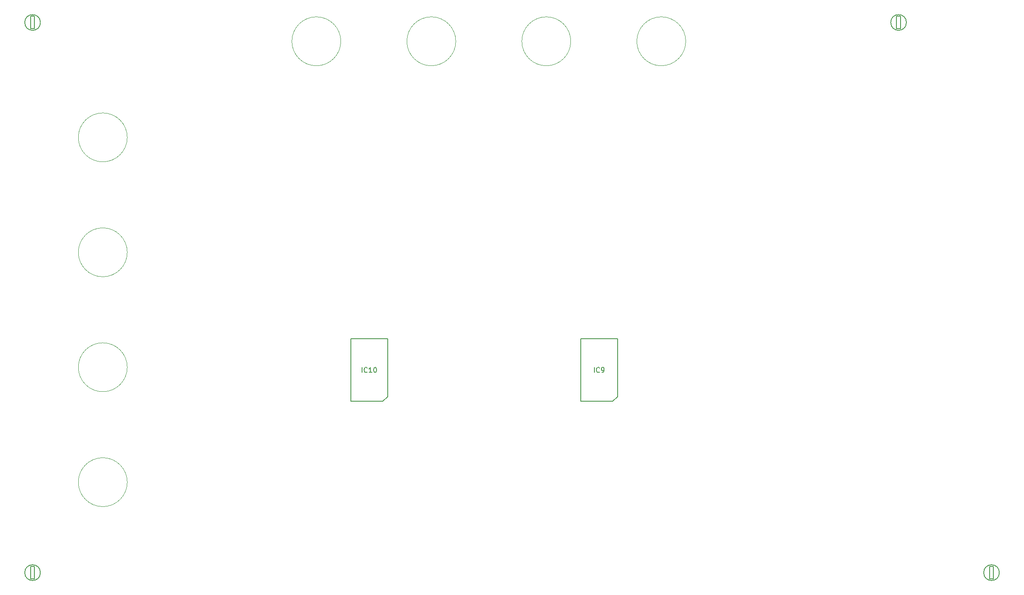
<source format=gbr>
G04 #@! TF.FileFunction,Other,Fab,Top*
%FSLAX46Y46*%
G04 Gerber Fmt 4.6, Leading zero omitted, Abs format (unit mm)*
G04 Created by KiCad (PCBNEW 4.0.5) date 06/08/17 15:42:24*
%MOMM*%
%LPD*%
G01*
G04 APERTURE LIST*
%ADD10C,0.100000*%
%ADD11C,0.150000*%
G04 APERTURE END LIST*
D10*
D11*
X165450000Y-113040000D02*
X158950000Y-113040000D01*
X158950000Y-113040000D02*
X158950000Y-100240000D01*
X158950000Y-100240000D02*
X166450000Y-100240000D01*
X166450000Y-100240000D02*
X166450000Y-112040000D01*
X166450000Y-112040000D02*
X165450000Y-113040000D01*
X118450000Y-113040000D02*
X111950000Y-113040000D01*
X111950000Y-113040000D02*
X111950000Y-100240000D01*
X111950000Y-100240000D02*
X119450000Y-100240000D01*
X119450000Y-100240000D02*
X119450000Y-112040000D01*
X119450000Y-112040000D02*
X118450000Y-113040000D01*
D10*
X180401000Y-39400000D02*
G75*
G03X180401000Y-39400000I-5001000J0D01*
G01*
X156901000Y-39400000D02*
G75*
G03X156901000Y-39400000I-5001000J0D01*
G01*
X133401000Y-39400000D02*
G75*
G03X133401000Y-39400000I-5001000J0D01*
G01*
X109901000Y-39400000D02*
G75*
G03X109901000Y-39400000I-5001000J0D01*
G01*
X66251000Y-59050000D02*
G75*
G03X66251000Y-59050000I-5001000J0D01*
G01*
X66251000Y-82550000D02*
G75*
G03X66251000Y-82550000I-5001000J0D01*
G01*
X66251000Y-106050000D02*
G75*
G03X66251000Y-106050000I-5001000J0D01*
G01*
X66251000Y-129550000D02*
G75*
G03X66251000Y-129550000I-5001000J0D01*
G01*
D11*
X46500000Y-36800000D02*
X46500000Y-34300000D01*
X46500000Y-34300000D02*
X47300000Y-34300000D01*
X47300000Y-34300000D02*
X47300000Y-36800000D01*
X47300000Y-36800000D02*
X46500000Y-36800000D01*
X48500000Y-35550000D02*
G75*
G03X48500000Y-35550000I-1600000J0D01*
G01*
X242500000Y-149300000D02*
X242500000Y-146800000D01*
X242500000Y-146800000D02*
X243300000Y-146800000D01*
X243300000Y-146800000D02*
X243300000Y-149300000D01*
X243300000Y-149300000D02*
X242500000Y-149300000D01*
X244500000Y-148050000D02*
G75*
G03X244500000Y-148050000I-1600000J0D01*
G01*
X223500000Y-36800000D02*
X223500000Y-34300000D01*
X223500000Y-34300000D02*
X224300000Y-34300000D01*
X224300000Y-34300000D02*
X224300000Y-36800000D01*
X224300000Y-36800000D02*
X223500000Y-36800000D01*
X225500000Y-35550000D02*
G75*
G03X225500000Y-35550000I-1600000J0D01*
G01*
X46500000Y-149300000D02*
X46500000Y-146800000D01*
X46500000Y-146800000D02*
X47300000Y-146800000D01*
X47300000Y-146800000D02*
X47300000Y-149300000D01*
X47300000Y-149300000D02*
X46500000Y-149300000D01*
X48500000Y-148050000D02*
G75*
G03X48500000Y-148050000I-1600000J0D01*
G01*
X161723810Y-107092381D02*
X161723810Y-106092381D01*
X162771429Y-106997143D02*
X162723810Y-107044762D01*
X162580953Y-107092381D01*
X162485715Y-107092381D01*
X162342857Y-107044762D01*
X162247619Y-106949524D01*
X162200000Y-106854286D01*
X162152381Y-106663810D01*
X162152381Y-106520952D01*
X162200000Y-106330476D01*
X162247619Y-106235238D01*
X162342857Y-106140000D01*
X162485715Y-106092381D01*
X162580953Y-106092381D01*
X162723810Y-106140000D01*
X162771429Y-106187619D01*
X163247619Y-107092381D02*
X163438095Y-107092381D01*
X163533334Y-107044762D01*
X163580953Y-106997143D01*
X163676191Y-106854286D01*
X163723810Y-106663810D01*
X163723810Y-106282857D01*
X163676191Y-106187619D01*
X163628572Y-106140000D01*
X163533334Y-106092381D01*
X163342857Y-106092381D01*
X163247619Y-106140000D01*
X163200000Y-106187619D01*
X163152381Y-106282857D01*
X163152381Y-106520952D01*
X163200000Y-106616190D01*
X163247619Y-106663810D01*
X163342857Y-106711429D01*
X163533334Y-106711429D01*
X163628572Y-106663810D01*
X163676191Y-106616190D01*
X163723810Y-106520952D01*
X114247619Y-107092381D02*
X114247619Y-106092381D01*
X115295238Y-106997143D02*
X115247619Y-107044762D01*
X115104762Y-107092381D01*
X115009524Y-107092381D01*
X114866666Y-107044762D01*
X114771428Y-106949524D01*
X114723809Y-106854286D01*
X114676190Y-106663810D01*
X114676190Y-106520952D01*
X114723809Y-106330476D01*
X114771428Y-106235238D01*
X114866666Y-106140000D01*
X115009524Y-106092381D01*
X115104762Y-106092381D01*
X115247619Y-106140000D01*
X115295238Y-106187619D01*
X116247619Y-107092381D02*
X115676190Y-107092381D01*
X115961904Y-107092381D02*
X115961904Y-106092381D01*
X115866666Y-106235238D01*
X115771428Y-106330476D01*
X115676190Y-106378095D01*
X116866666Y-106092381D02*
X116961905Y-106092381D01*
X117057143Y-106140000D01*
X117104762Y-106187619D01*
X117152381Y-106282857D01*
X117200000Y-106473333D01*
X117200000Y-106711429D01*
X117152381Y-106901905D01*
X117104762Y-106997143D01*
X117057143Y-107044762D01*
X116961905Y-107092381D01*
X116866666Y-107092381D01*
X116771428Y-107044762D01*
X116723809Y-106997143D01*
X116676190Y-106901905D01*
X116628571Y-106711429D01*
X116628571Y-106473333D01*
X116676190Y-106282857D01*
X116723809Y-106187619D01*
X116771428Y-106140000D01*
X116866666Y-106092381D01*
M02*

</source>
